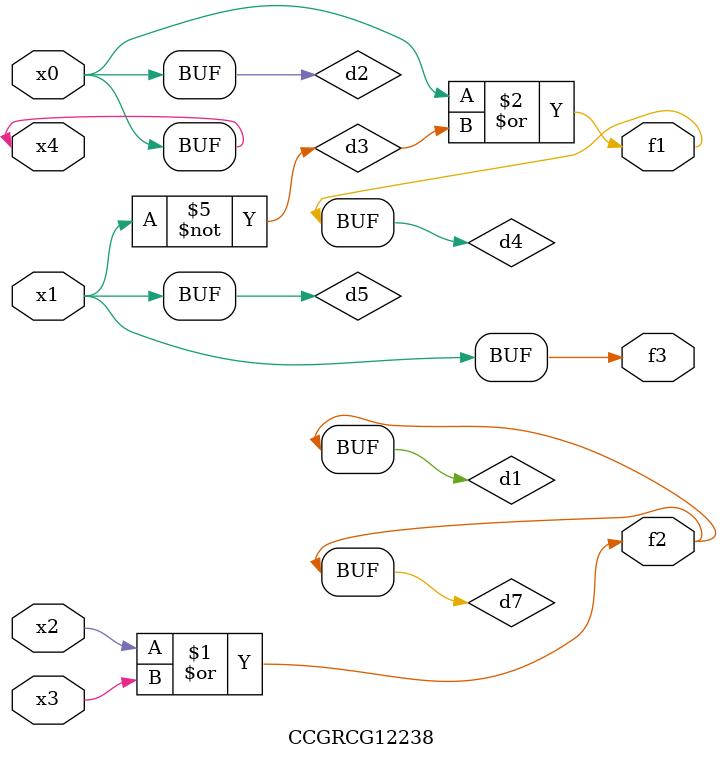
<source format=v>
module CCGRCG12238(
	input x0, x1, x2, x3, x4,
	output f1, f2, f3
);

	wire d1, d2, d3, d4, d5, d6, d7;

	or (d1, x2, x3);
	buf (d2, x0, x4);
	not (d3, x1);
	or (d4, d2, d3);
	not (d5, d3);
	nand (d6, d1, d3);
	or (d7, d1);
	assign f1 = d4;
	assign f2 = d7;
	assign f3 = d5;
endmodule

</source>
